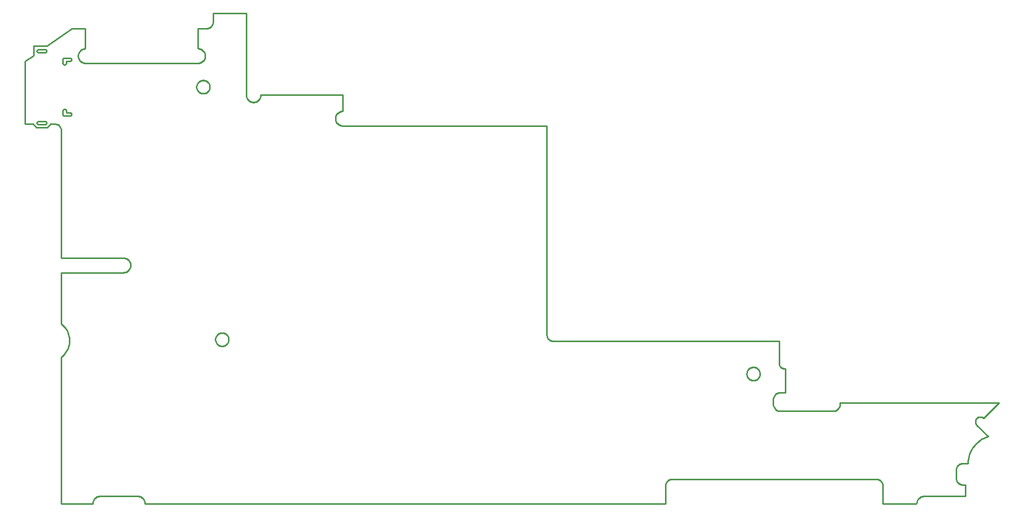
<source format=gbr>
G04 EAGLE Gerber RS-274X export*
G75*
%MOMM*%
%FSLAX34Y34*%
%LPD*%
%IN*%
%IPPOS*%
%AMOC8*
5,1,8,0,0,1.08239X$1,22.5*%
G01*
%ADD10C,0.254000*%


D10*
X0Y631000D02*
X13525Y631000D01*
X18415Y624840D01*
X36830Y624840D01*
X41720Y631000D01*
X49000Y631000D01*
X49959Y630958D01*
X50910Y630833D01*
X51847Y630625D01*
X52762Y630337D01*
X53649Y629969D01*
X54500Y629526D01*
X55309Y629011D01*
X56071Y628427D01*
X56778Y627778D01*
X57427Y627071D01*
X58011Y626309D01*
X58526Y625500D01*
X58969Y624649D01*
X59337Y623762D01*
X59625Y622847D01*
X59833Y621910D01*
X59958Y620959D01*
X60000Y620000D01*
X60000Y408250D01*
X163000Y408250D01*
X164046Y408204D01*
X165084Y408068D01*
X166106Y407841D01*
X167104Y407526D01*
X168071Y407126D01*
X169000Y406642D01*
X169883Y406080D01*
X170713Y405443D01*
X171485Y404735D01*
X172193Y403963D01*
X172830Y403133D01*
X173392Y402250D01*
X173876Y401321D01*
X174276Y400354D01*
X174591Y399356D01*
X174818Y398334D01*
X174954Y397296D01*
X175000Y396250D01*
X174954Y395204D01*
X174818Y394166D01*
X174591Y393144D01*
X174276Y392146D01*
X173876Y391179D01*
X173392Y390250D01*
X172830Y389367D01*
X172193Y388537D01*
X171485Y387765D01*
X170713Y387057D01*
X169883Y386420D01*
X169000Y385858D01*
X168071Y385374D01*
X167104Y384974D01*
X166106Y384659D01*
X165084Y384432D01*
X164046Y384296D01*
X163000Y384250D01*
X60000Y384250D01*
X60000Y299000D01*
X62314Y297008D01*
X64446Y294823D01*
X66380Y292459D01*
X68100Y289937D01*
X69594Y287274D01*
X70849Y284490D01*
X71858Y281608D01*
X72611Y278649D01*
X73104Y275636D01*
X73332Y272591D01*
X73294Y269538D01*
X72990Y266500D01*
X72423Y263500D01*
X71596Y260561D01*
X70516Y257705D01*
X69191Y254954D01*
X67632Y252328D01*
X65849Y249849D01*
X63858Y247535D01*
X61672Y245403D01*
X60000Y244000D01*
X60000Y0D01*
X112000Y0D01*
X112049Y1133D01*
X112198Y2257D01*
X112443Y3365D01*
X112784Y4446D01*
X113218Y5494D01*
X113742Y6500D01*
X114351Y7457D01*
X115041Y8356D01*
X115808Y9192D01*
X116644Y9959D01*
X117544Y10649D01*
X118500Y11258D01*
X119506Y11782D01*
X120554Y12216D01*
X121635Y12557D01*
X122743Y12803D01*
X123867Y12951D01*
X125000Y13000D01*
X186000Y13000D01*
X187133Y12951D01*
X188257Y12803D01*
X189365Y12557D01*
X190446Y12216D01*
X191494Y11782D01*
X192500Y11258D01*
X193457Y10649D01*
X194356Y9959D01*
X195192Y9192D01*
X195959Y8356D01*
X196649Y7457D01*
X197258Y6500D01*
X197782Y5494D01*
X198216Y4446D01*
X198557Y3365D01*
X198803Y2257D01*
X198951Y1133D01*
X199000Y0D01*
X1063000Y0D01*
X1063000Y30000D01*
X1063042Y30959D01*
X1063167Y31910D01*
X1063375Y32847D01*
X1063663Y33762D01*
X1064031Y34649D01*
X1064474Y35500D01*
X1064989Y36309D01*
X1065574Y37071D01*
X1066222Y37778D01*
X1066929Y38426D01*
X1067691Y39011D01*
X1068500Y39526D01*
X1069351Y39969D01*
X1070238Y40337D01*
X1071153Y40625D01*
X1072090Y40833D01*
X1073041Y40958D01*
X1074000Y41000D01*
X1413000Y41000D01*
X1413959Y40958D01*
X1414910Y40833D01*
X1415847Y40625D01*
X1416762Y40337D01*
X1417649Y39969D01*
X1418500Y39526D01*
X1419309Y39011D01*
X1420071Y38426D01*
X1420778Y37778D01*
X1421427Y37071D01*
X1422011Y36309D01*
X1422526Y35500D01*
X1422969Y34649D01*
X1423337Y33762D01*
X1423625Y32847D01*
X1423833Y31910D01*
X1423958Y30959D01*
X1424000Y30000D01*
X1424000Y0D01*
X1480000Y0D01*
X1480049Y1133D01*
X1480198Y2257D01*
X1480443Y3365D01*
X1480784Y4446D01*
X1481218Y5494D01*
X1481742Y6500D01*
X1482351Y7457D01*
X1483041Y8356D01*
X1483808Y9192D01*
X1484644Y9959D01*
X1485544Y10649D01*
X1486500Y11258D01*
X1487506Y11782D01*
X1488554Y12216D01*
X1489635Y12557D01*
X1490743Y12803D01*
X1491867Y12951D01*
X1493000Y13000D01*
X1561000Y13000D01*
X1561000Y32000D01*
X1556000Y32000D01*
X1555128Y32038D01*
X1554264Y32152D01*
X1553412Y32341D01*
X1552580Y32603D01*
X1551774Y32937D01*
X1551000Y33340D01*
X1550264Y33808D01*
X1549572Y34340D01*
X1548929Y34929D01*
X1548340Y35572D01*
X1547808Y36264D01*
X1547340Y37000D01*
X1546937Y37774D01*
X1546603Y38580D01*
X1546341Y39412D01*
X1546152Y40264D01*
X1546038Y41128D01*
X1546000Y42000D01*
X1546000Y57000D01*
X1546038Y57872D01*
X1546152Y58736D01*
X1546341Y59588D01*
X1546603Y60420D01*
X1546937Y61226D01*
X1547340Y62000D01*
X1547808Y62736D01*
X1548340Y63428D01*
X1548929Y64071D01*
X1549572Y64660D01*
X1550264Y65192D01*
X1551000Y65660D01*
X1551774Y66063D01*
X1552580Y66397D01*
X1553412Y66659D01*
X1554264Y66848D01*
X1555128Y66962D01*
X1556000Y67000D01*
X1565000Y67000D01*
X1565178Y71082D01*
X1565712Y75134D01*
X1566596Y79123D01*
X1567825Y83020D01*
X1569389Y86796D01*
X1571275Y90420D01*
X1573471Y93866D01*
X1575959Y97108D01*
X1578719Y100121D01*
X1581732Y102882D01*
X1584974Y105369D01*
X1588420Y107565D01*
X1592045Y109452D01*
X1595820Y111015D01*
X1598840Y112000D01*
X1579920Y130920D01*
X1579449Y131435D01*
X1579024Y131988D01*
X1578649Y132577D01*
X1578326Y133196D01*
X1578059Y133841D01*
X1577850Y134506D01*
X1577698Y135188D01*
X1577607Y135880D01*
X1577577Y136577D01*
X1577607Y137274D01*
X1577698Y137966D01*
X1577850Y138648D01*
X1578059Y139313D01*
X1578326Y139958D01*
X1578649Y140577D01*
X1579024Y141166D01*
X1579449Y141719D01*
X1579920Y142234D01*
X1580435Y142705D01*
X1580988Y143130D01*
X1581577Y143505D01*
X1582196Y143827D01*
X1582841Y144095D01*
X1583506Y144304D01*
X1584188Y144455D01*
X1584880Y144547D01*
X1585577Y144577D01*
X1586274Y144547D01*
X1586966Y144455D01*
X1587648Y144304D01*
X1588313Y144095D01*
X1588958Y143827D01*
X1589577Y143505D01*
X1590166Y143130D01*
X1590719Y142705D01*
X1591234Y142234D01*
X1617000Y168000D01*
X1353000Y168000D01*
X1353000Y166000D01*
X1352954Y164954D01*
X1352818Y163916D01*
X1352591Y162894D01*
X1352276Y161896D01*
X1351876Y160929D01*
X1351392Y160000D01*
X1350830Y159117D01*
X1350193Y158287D01*
X1349485Y157515D01*
X1348713Y156807D01*
X1347883Y156170D01*
X1347000Y155608D01*
X1346071Y155124D01*
X1345104Y154724D01*
X1344106Y154409D01*
X1343084Y154182D01*
X1342046Y154046D01*
X1341000Y154000D01*
X1254000Y154000D01*
X1252954Y154046D01*
X1251916Y154182D01*
X1250894Y154409D01*
X1249896Y154724D01*
X1248929Y155124D01*
X1248000Y155608D01*
X1247117Y156170D01*
X1246287Y156807D01*
X1245515Y157515D01*
X1244807Y158287D01*
X1244170Y159117D01*
X1243608Y160000D01*
X1243124Y160929D01*
X1242724Y161896D01*
X1242409Y162894D01*
X1242182Y163916D01*
X1242046Y164954D01*
X1242000Y166000D01*
X1242000Y173000D01*
X1242046Y174046D01*
X1242182Y175084D01*
X1242409Y176106D01*
X1242724Y177104D01*
X1243124Y178071D01*
X1243608Y179000D01*
X1244170Y179883D01*
X1244807Y180713D01*
X1245515Y181485D01*
X1246287Y182193D01*
X1247117Y182830D01*
X1248000Y183392D01*
X1248929Y183876D01*
X1249896Y184276D01*
X1250894Y184591D01*
X1251916Y184818D01*
X1252954Y184954D01*
X1254000Y185000D01*
X1262000Y185000D01*
X1262000Y225000D01*
X1261287Y224865D01*
X1260565Y224792D01*
X1259840Y224783D01*
X1259116Y224837D01*
X1258400Y224953D01*
X1257697Y225132D01*
X1257012Y225371D01*
X1256351Y225669D01*
X1255718Y226024D01*
X1255118Y226432D01*
X1254557Y226891D01*
X1254037Y227398D01*
X1253564Y227947D01*
X1253140Y228536D01*
X1252769Y229160D01*
X1252454Y229813D01*
X1252197Y230492D01*
X1252000Y231190D01*
X1252000Y270510D01*
X876140Y270510D01*
X875268Y270548D01*
X874404Y270662D01*
X873552Y270851D01*
X872720Y271113D01*
X871914Y271447D01*
X871140Y271850D01*
X870404Y272318D01*
X869712Y272850D01*
X869069Y273439D01*
X868480Y274082D01*
X867948Y274774D01*
X867480Y275510D01*
X867077Y276284D01*
X866743Y277090D01*
X866481Y277922D01*
X866292Y278774D01*
X866178Y279638D01*
X866140Y280510D01*
X866140Y628000D01*
X527000Y628000D01*
X525954Y628046D01*
X524916Y628182D01*
X523894Y628409D01*
X522896Y628724D01*
X521929Y629124D01*
X521000Y629608D01*
X520117Y630170D01*
X519287Y630807D01*
X518515Y631515D01*
X517807Y632287D01*
X517170Y633117D01*
X516608Y634000D01*
X516124Y634929D01*
X515724Y635896D01*
X515409Y636894D01*
X515182Y637916D01*
X515046Y638954D01*
X515000Y640000D01*
X515046Y641046D01*
X515182Y642084D01*
X515409Y643106D01*
X515724Y644104D01*
X516124Y645071D01*
X516608Y646000D01*
X517170Y646883D01*
X517807Y647713D01*
X518515Y648485D01*
X519287Y649193D01*
X520117Y649830D01*
X521000Y650392D01*
X521929Y650876D01*
X522896Y651276D01*
X523894Y651591D01*
X524916Y651818D01*
X525954Y651954D01*
X527000Y652000D01*
X527000Y679000D01*
X391000Y679000D01*
X390954Y677954D01*
X390818Y676916D01*
X390591Y675894D01*
X390276Y674896D01*
X389876Y673929D01*
X389392Y673000D01*
X388830Y672117D01*
X388193Y671287D01*
X387485Y670515D01*
X386713Y669807D01*
X385883Y669170D01*
X385000Y668608D01*
X384071Y668124D01*
X383104Y667724D01*
X382106Y667409D01*
X381084Y667182D01*
X380046Y667046D01*
X379000Y667000D01*
X377954Y667046D01*
X376916Y667182D01*
X375894Y667409D01*
X374896Y667724D01*
X373929Y668124D01*
X373000Y668608D01*
X372117Y669170D01*
X371287Y669807D01*
X370515Y670515D01*
X369807Y671287D01*
X369170Y672117D01*
X368608Y673000D01*
X368124Y673929D01*
X367724Y674896D01*
X367409Y675894D01*
X367182Y676916D01*
X367046Y677954D01*
X367000Y679000D01*
X367000Y815000D01*
X312000Y815000D01*
X312000Y800500D01*
X311958Y799541D01*
X311833Y798590D01*
X311625Y797653D01*
X311337Y796738D01*
X310969Y795851D01*
X310526Y795000D01*
X310011Y794191D01*
X309427Y793429D01*
X308778Y792722D01*
X308071Y792074D01*
X307309Y791489D01*
X306500Y790974D01*
X305649Y790531D01*
X304762Y790163D01*
X303847Y789875D01*
X302910Y789667D01*
X301959Y789542D01*
X301000Y789500D01*
X287000Y789500D01*
X287000Y756000D01*
X288046Y755954D01*
X289084Y755818D01*
X290106Y755591D01*
X291104Y755276D01*
X292071Y754876D01*
X293000Y754392D01*
X293883Y753830D01*
X294713Y753193D01*
X295485Y752485D01*
X296193Y751713D01*
X296830Y750883D01*
X297392Y750000D01*
X297876Y749071D01*
X298276Y748104D01*
X298591Y747106D01*
X298818Y746084D01*
X298954Y745046D01*
X299000Y744000D01*
X298954Y742954D01*
X298818Y741916D01*
X298591Y740894D01*
X298276Y739896D01*
X297876Y738929D01*
X297392Y738000D01*
X296830Y737117D01*
X296193Y736287D01*
X295485Y735515D01*
X294713Y734807D01*
X293883Y734170D01*
X293000Y733608D01*
X292071Y733124D01*
X291104Y732724D01*
X290106Y732409D01*
X289084Y732182D01*
X288046Y732046D01*
X287000Y732000D01*
X100000Y732000D01*
X98954Y732046D01*
X97916Y732182D01*
X96894Y732409D01*
X95896Y732724D01*
X94929Y733124D01*
X94000Y733608D01*
X93117Y734170D01*
X92287Y734807D01*
X91515Y735515D01*
X90807Y736287D01*
X90170Y737117D01*
X89608Y738000D01*
X89124Y738929D01*
X88724Y739896D01*
X88409Y740894D01*
X88182Y741916D01*
X88046Y742954D01*
X88000Y744000D01*
X88046Y745046D01*
X88182Y746084D01*
X88409Y747106D01*
X88724Y748104D01*
X89124Y749071D01*
X89608Y750000D01*
X90170Y750883D01*
X90807Y751713D01*
X91515Y752485D01*
X92287Y753193D01*
X93117Y753830D01*
X94000Y754392D01*
X94929Y754876D01*
X95896Y755276D01*
X96894Y755591D01*
X97916Y755818D01*
X98954Y755954D01*
X100000Y756000D01*
X100000Y789500D01*
X78000Y789500D01*
X36455Y760472D01*
X13940Y760472D01*
X13940Y744740D01*
X0Y735000D01*
X0Y631000D01*
X19500Y752200D02*
X19510Y751982D01*
X19538Y751766D01*
X19585Y751553D01*
X19651Y751345D01*
X19734Y751143D01*
X19835Y750950D01*
X19952Y750766D01*
X20085Y750593D01*
X20232Y750432D01*
X20393Y750285D01*
X20566Y750152D01*
X20750Y750035D01*
X20943Y749934D01*
X21145Y749851D01*
X21353Y749785D01*
X21566Y749738D01*
X21782Y749710D01*
X22000Y749700D01*
X33000Y749700D01*
X33218Y749710D01*
X33434Y749738D01*
X33647Y749785D01*
X33855Y749851D01*
X34057Y749934D01*
X34250Y750035D01*
X34434Y750152D01*
X34607Y750285D01*
X34768Y750432D01*
X34915Y750593D01*
X35048Y750766D01*
X35165Y750950D01*
X35266Y751143D01*
X35349Y751345D01*
X35415Y751553D01*
X35462Y751766D01*
X35491Y751982D01*
X35500Y752200D01*
X35491Y752418D01*
X35462Y752634D01*
X35415Y752847D01*
X35349Y753055D01*
X35266Y753257D01*
X35165Y753450D01*
X35048Y753634D01*
X34915Y753807D01*
X34768Y753968D01*
X34607Y754115D01*
X34434Y754248D01*
X34250Y754365D01*
X34057Y754466D01*
X33855Y754549D01*
X33647Y754615D01*
X33434Y754662D01*
X33218Y754691D01*
X33000Y754700D01*
X22000Y754700D01*
X21782Y754691D01*
X21566Y754662D01*
X21353Y754615D01*
X21145Y754549D01*
X20943Y754466D01*
X20750Y754365D01*
X20566Y754248D01*
X20393Y754115D01*
X20232Y753968D01*
X20085Y753807D01*
X19952Y753634D01*
X19835Y753450D01*
X19734Y753257D01*
X19651Y753055D01*
X19585Y752847D01*
X19538Y752634D01*
X19510Y752418D01*
X19500Y752200D01*
X19500Y632800D02*
X19510Y632582D01*
X19538Y632366D01*
X19585Y632153D01*
X19651Y631945D01*
X19734Y631743D01*
X19835Y631550D01*
X19952Y631366D01*
X20085Y631193D01*
X20232Y631032D01*
X20393Y630885D01*
X20566Y630752D01*
X20750Y630635D01*
X20943Y630534D01*
X21145Y630451D01*
X21353Y630385D01*
X21566Y630338D01*
X21782Y630310D01*
X22000Y630300D01*
X33000Y630300D01*
X33218Y630310D01*
X33434Y630338D01*
X33647Y630385D01*
X33855Y630451D01*
X34057Y630534D01*
X34250Y630635D01*
X34434Y630752D01*
X34607Y630885D01*
X34768Y631032D01*
X34915Y631193D01*
X35048Y631366D01*
X35165Y631550D01*
X35266Y631743D01*
X35349Y631945D01*
X35415Y632153D01*
X35462Y632366D01*
X35491Y632582D01*
X35500Y632800D01*
X35491Y633018D01*
X35462Y633234D01*
X35415Y633447D01*
X35349Y633655D01*
X35266Y633857D01*
X35165Y634050D01*
X35048Y634234D01*
X34915Y634407D01*
X34768Y634568D01*
X34607Y634715D01*
X34434Y634848D01*
X34250Y634965D01*
X34057Y635066D01*
X33855Y635149D01*
X33647Y635215D01*
X33434Y635262D01*
X33218Y635291D01*
X33000Y635300D01*
X22000Y635300D01*
X21782Y635291D01*
X21566Y635262D01*
X21353Y635215D01*
X21145Y635149D01*
X20943Y635066D01*
X20750Y634965D01*
X20566Y634848D01*
X20393Y634715D01*
X20232Y634568D01*
X20085Y634407D01*
X19952Y634234D01*
X19835Y634050D01*
X19734Y633857D01*
X19651Y633655D01*
X19585Y633447D01*
X19538Y633234D01*
X19510Y633018D01*
X19500Y632800D01*
X62450Y647000D02*
X62460Y646782D01*
X62488Y646566D01*
X62535Y646353D01*
X62601Y646145D01*
X62684Y645943D01*
X62785Y645750D01*
X62902Y645566D01*
X63035Y645393D01*
X63182Y645232D01*
X63343Y645085D01*
X63516Y644952D01*
X63700Y644835D01*
X63893Y644734D01*
X64095Y644651D01*
X64303Y644585D01*
X64516Y644538D01*
X64732Y644510D01*
X64950Y644500D01*
X74450Y644500D01*
X74668Y644510D01*
X74884Y644538D01*
X75097Y644585D01*
X75305Y644651D01*
X75507Y644734D01*
X75700Y644835D01*
X75884Y644952D01*
X76057Y645085D01*
X76218Y645232D01*
X76365Y645393D01*
X76498Y645566D01*
X76615Y645750D01*
X76716Y645943D01*
X76799Y646145D01*
X76865Y646353D01*
X76912Y646566D01*
X76941Y646782D01*
X76950Y647000D01*
X76941Y647218D01*
X76912Y647434D01*
X76865Y647647D01*
X76799Y647855D01*
X76716Y648057D01*
X76615Y648250D01*
X76498Y648434D01*
X76365Y648607D01*
X76218Y648768D01*
X76057Y648915D01*
X75884Y649048D01*
X75700Y649165D01*
X75507Y649266D01*
X75305Y649349D01*
X75097Y649415D01*
X74884Y649462D01*
X74668Y649491D01*
X74450Y649500D01*
X70000Y649500D01*
X69869Y649501D01*
X69739Y649514D01*
X69610Y649538D01*
X69484Y649573D01*
X69361Y649619D01*
X69243Y649676D01*
X69131Y649743D01*
X69024Y649819D01*
X68925Y649904D01*
X68833Y649998D01*
X68750Y650099D01*
X68676Y650207D01*
X68612Y650321D01*
X68558Y650440D01*
X68514Y650563D01*
X68481Y650690D01*
X68460Y650819D01*
X68450Y650950D01*
X68450Y652450D01*
X68441Y652714D01*
X68408Y652976D01*
X68353Y653234D01*
X68276Y653486D01*
X68177Y653731D01*
X68057Y653966D01*
X67917Y654190D01*
X67758Y654400D01*
X67582Y654596D01*
X67389Y654776D01*
X67181Y654939D01*
X66959Y655082D01*
X66726Y655206D01*
X66483Y655309D01*
X66232Y655390D01*
X65975Y655450D01*
X65714Y655486D01*
X65450Y655500D01*
X65189Y655489D01*
X64929Y655454D01*
X64674Y655398D01*
X64424Y655319D01*
X64182Y655219D01*
X63950Y655098D01*
X63729Y654957D01*
X63522Y654798D01*
X63329Y654621D01*
X63152Y654428D01*
X62993Y654221D01*
X62852Y654000D01*
X62731Y653768D01*
X62631Y653526D01*
X62552Y653276D01*
X62496Y653021D01*
X62461Y652761D01*
X62450Y652500D01*
X62450Y647000D01*
X62450Y732500D02*
X62461Y732239D01*
X62496Y731979D01*
X62552Y731724D01*
X62631Y731474D01*
X62731Y731232D01*
X62852Y731000D01*
X62993Y730779D01*
X63152Y730572D01*
X63329Y730379D01*
X63522Y730202D01*
X63729Y730043D01*
X63950Y729902D01*
X64182Y729781D01*
X64424Y729681D01*
X64674Y729602D01*
X64929Y729546D01*
X65189Y729511D01*
X65450Y729500D01*
X65711Y729511D01*
X65971Y729546D01*
X66226Y729602D01*
X66476Y729681D01*
X66718Y729781D01*
X66950Y729902D01*
X67171Y730043D01*
X67378Y730202D01*
X67571Y730379D01*
X67748Y730572D01*
X67907Y730779D01*
X68048Y731000D01*
X68169Y731232D01*
X68269Y731474D01*
X68348Y731724D01*
X68404Y731979D01*
X68439Y732239D01*
X68450Y732500D01*
X68450Y734050D01*
X68460Y734181D01*
X68481Y734310D01*
X68514Y734437D01*
X68558Y734560D01*
X68612Y734679D01*
X68676Y734793D01*
X68750Y734901D01*
X68833Y735002D01*
X68925Y735096D01*
X69024Y735181D01*
X69131Y735257D01*
X69243Y735324D01*
X69361Y735381D01*
X69484Y735427D01*
X69610Y735462D01*
X69739Y735486D01*
X69869Y735499D01*
X70000Y735500D01*
X74450Y735500D01*
X74668Y735510D01*
X74884Y735538D01*
X75097Y735585D01*
X75305Y735651D01*
X75507Y735734D01*
X75700Y735835D01*
X75884Y735952D01*
X76057Y736085D01*
X76218Y736232D01*
X76365Y736393D01*
X76498Y736566D01*
X76615Y736750D01*
X76716Y736943D01*
X76799Y737145D01*
X76865Y737353D01*
X76912Y737566D01*
X76941Y737782D01*
X76950Y738000D01*
X76941Y738218D01*
X76912Y738434D01*
X76865Y738647D01*
X76799Y738855D01*
X76716Y739057D01*
X76615Y739250D01*
X76498Y739434D01*
X76365Y739607D01*
X76218Y739768D01*
X76057Y739915D01*
X75884Y740048D01*
X75700Y740165D01*
X75507Y740266D01*
X75305Y740349D01*
X75097Y740415D01*
X74884Y740462D01*
X74668Y740491D01*
X74450Y740500D01*
X64950Y740500D01*
X64732Y740491D01*
X64516Y740462D01*
X64303Y740415D01*
X64095Y740349D01*
X63893Y740266D01*
X63700Y740165D01*
X63516Y740048D01*
X63343Y739915D01*
X63182Y739768D01*
X63035Y739607D01*
X62902Y739434D01*
X62785Y739250D01*
X62684Y739057D01*
X62601Y738855D01*
X62535Y738647D01*
X62488Y738434D01*
X62460Y738218D01*
X62450Y738000D01*
X62450Y732500D01*
X306500Y692068D02*
X306500Y692932D01*
X306432Y693794D01*
X306297Y694648D01*
X306095Y695488D01*
X305828Y696310D01*
X305497Y697109D01*
X305105Y697879D01*
X304653Y698616D01*
X304145Y699315D01*
X303584Y699973D01*
X302973Y700584D01*
X302315Y701145D01*
X301616Y701653D01*
X300879Y702105D01*
X300109Y702497D01*
X299310Y702828D01*
X298488Y703095D01*
X297648Y703297D01*
X296794Y703432D01*
X295932Y703500D01*
X295068Y703500D01*
X294206Y703432D01*
X293352Y703297D01*
X292512Y703095D01*
X291690Y702828D01*
X290891Y702497D01*
X290121Y702105D01*
X289384Y701653D01*
X288685Y701145D01*
X288027Y700584D01*
X287416Y699973D01*
X286855Y699315D01*
X286347Y698616D01*
X285895Y697879D01*
X285503Y697109D01*
X285172Y696310D01*
X284905Y695488D01*
X284703Y694648D01*
X284568Y693794D01*
X284500Y692932D01*
X284500Y692068D01*
X284568Y691206D01*
X284703Y690352D01*
X284905Y689512D01*
X285172Y688690D01*
X285503Y687891D01*
X285895Y687121D01*
X286347Y686384D01*
X286855Y685685D01*
X287416Y685027D01*
X288027Y684416D01*
X288685Y683855D01*
X289384Y683347D01*
X290121Y682895D01*
X290891Y682503D01*
X291690Y682172D01*
X292512Y681905D01*
X293352Y681703D01*
X294206Y681568D01*
X295068Y681500D01*
X295932Y681500D01*
X296794Y681568D01*
X297648Y681703D01*
X298488Y681905D01*
X299310Y682172D01*
X300109Y682503D01*
X300879Y682895D01*
X301616Y683347D01*
X302315Y683855D01*
X302973Y684416D01*
X303584Y685027D01*
X304145Y685685D01*
X304653Y686384D01*
X305105Y687121D01*
X305497Y687891D01*
X305828Y688690D01*
X306095Y689512D01*
X306297Y690352D01*
X306432Y691206D01*
X306500Y692068D01*
X337850Y272658D02*
X337850Y273522D01*
X337782Y274384D01*
X337647Y275238D01*
X337445Y276078D01*
X337178Y276900D01*
X336847Y277699D01*
X336455Y278469D01*
X336003Y279206D01*
X335495Y279905D01*
X334934Y280563D01*
X334323Y281174D01*
X333665Y281735D01*
X332966Y282243D01*
X332229Y282695D01*
X331459Y283087D01*
X330660Y283418D01*
X329838Y283685D01*
X328998Y283887D01*
X328144Y284022D01*
X327282Y284090D01*
X326418Y284090D01*
X325556Y284022D01*
X324702Y283887D01*
X323862Y283685D01*
X323040Y283418D01*
X322241Y283087D01*
X321471Y282695D01*
X320734Y282243D01*
X320035Y281735D01*
X319377Y281174D01*
X318766Y280563D01*
X318205Y279905D01*
X317697Y279206D01*
X317245Y278469D01*
X316853Y277699D01*
X316522Y276900D01*
X316255Y276078D01*
X316053Y275238D01*
X315918Y274384D01*
X315850Y273522D01*
X315850Y272658D01*
X315918Y271796D01*
X316053Y270942D01*
X316255Y270102D01*
X316522Y269280D01*
X316853Y268481D01*
X317245Y267711D01*
X317697Y266974D01*
X318205Y266275D01*
X318766Y265617D01*
X319377Y265006D01*
X320035Y264445D01*
X320734Y263937D01*
X321471Y263485D01*
X322241Y263093D01*
X323040Y262762D01*
X323862Y262495D01*
X324702Y262293D01*
X325556Y262158D01*
X326418Y262090D01*
X327282Y262090D01*
X328144Y262158D01*
X328998Y262293D01*
X329838Y262495D01*
X330660Y262762D01*
X331459Y263093D01*
X332229Y263485D01*
X332966Y263937D01*
X333665Y264445D01*
X334323Y265006D01*
X334934Y265617D01*
X335495Y266275D01*
X336003Y266974D01*
X336455Y267711D01*
X336847Y268481D01*
X337178Y269280D01*
X337445Y270102D01*
X337647Y270942D01*
X337782Y271796D01*
X337850Y272658D01*
X1220000Y215568D02*
X1220000Y216432D01*
X1219932Y217294D01*
X1219797Y218148D01*
X1219595Y218988D01*
X1219328Y219810D01*
X1218997Y220609D01*
X1218605Y221379D01*
X1218153Y222116D01*
X1217645Y222815D01*
X1217084Y223473D01*
X1216473Y224084D01*
X1215815Y224645D01*
X1215116Y225153D01*
X1214379Y225605D01*
X1213609Y225997D01*
X1212810Y226328D01*
X1211988Y226595D01*
X1211148Y226797D01*
X1210294Y226932D01*
X1209432Y227000D01*
X1208568Y227000D01*
X1207706Y226932D01*
X1206852Y226797D01*
X1206012Y226595D01*
X1205190Y226328D01*
X1204391Y225997D01*
X1203621Y225605D01*
X1202884Y225153D01*
X1202185Y224645D01*
X1201527Y224084D01*
X1200916Y223473D01*
X1200355Y222815D01*
X1199847Y222116D01*
X1199395Y221379D01*
X1199003Y220609D01*
X1198672Y219810D01*
X1198405Y218988D01*
X1198203Y218148D01*
X1198068Y217294D01*
X1198000Y216432D01*
X1198000Y215568D01*
X1198068Y214706D01*
X1198203Y213852D01*
X1198405Y213012D01*
X1198672Y212190D01*
X1199003Y211391D01*
X1199395Y210621D01*
X1199847Y209884D01*
X1200355Y209185D01*
X1200916Y208527D01*
X1201527Y207916D01*
X1202185Y207355D01*
X1202884Y206847D01*
X1203621Y206395D01*
X1204391Y206003D01*
X1205190Y205672D01*
X1206012Y205405D01*
X1206852Y205203D01*
X1207706Y205068D01*
X1208568Y205000D01*
X1209432Y205000D01*
X1210294Y205068D01*
X1211148Y205203D01*
X1211988Y205405D01*
X1212810Y205672D01*
X1213609Y206003D01*
X1214379Y206395D01*
X1215116Y206847D01*
X1215815Y207355D01*
X1216473Y207916D01*
X1217084Y208527D01*
X1217645Y209185D01*
X1218153Y209884D01*
X1218605Y210621D01*
X1218997Y211391D01*
X1219328Y212190D01*
X1219595Y213012D01*
X1219797Y213852D01*
X1219932Y214706D01*
X1220000Y215568D01*
M02*

</source>
